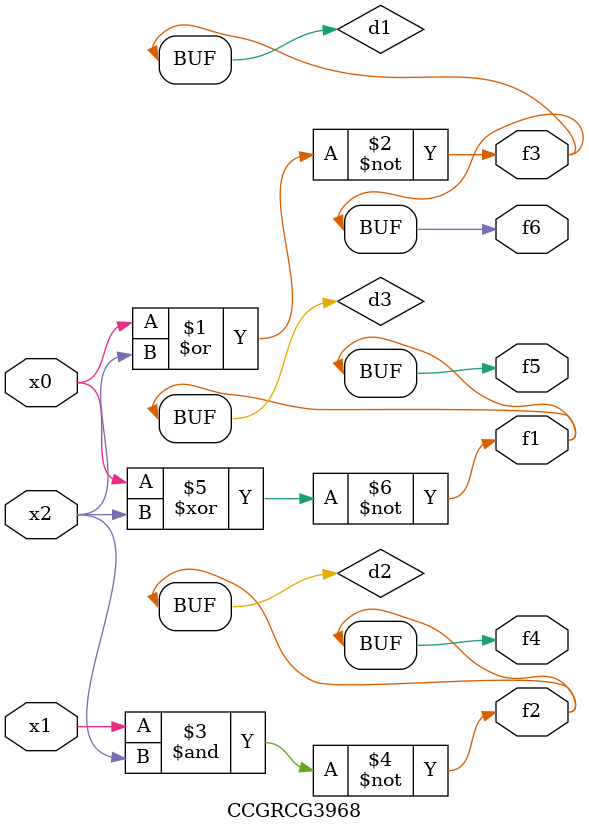
<source format=v>
module CCGRCG3968(
	input x0, x1, x2,
	output f1, f2, f3, f4, f5, f6
);

	wire d1, d2, d3;

	nor (d1, x0, x2);
	nand (d2, x1, x2);
	xnor (d3, x0, x2);
	assign f1 = d3;
	assign f2 = d2;
	assign f3 = d1;
	assign f4 = d2;
	assign f5 = d3;
	assign f6 = d1;
endmodule

</source>
